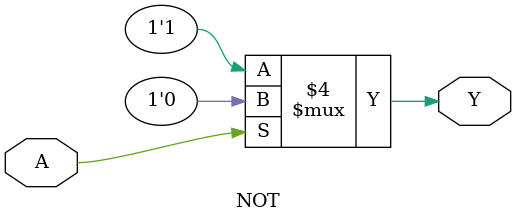
<source format=v>
module OR(output reg Y, input A, B);
 
 always @ (A or B) begin
    if(A == 1'b1 | B ==1'b1) begin
        Y = 1'b1;
    end
    else
        Y = 1'b0;
    
    end
endmodule


module NOR(output reg Y, input A, B);
 
 always @ (A or B) begin
    if(A == 1'b0 & B ==1'b0) begin
        Y = 1'b1;
    end
    else
        Y = 1'b0;
    
    end
endmodule



module NOT(output reg Y, input A);
 
 always @ (A) begin
    if(A == 1'b1) begin
        Y = 1'b0;
    end
    else
        Y = 1'b1;
    
    end
endmodule


</source>
